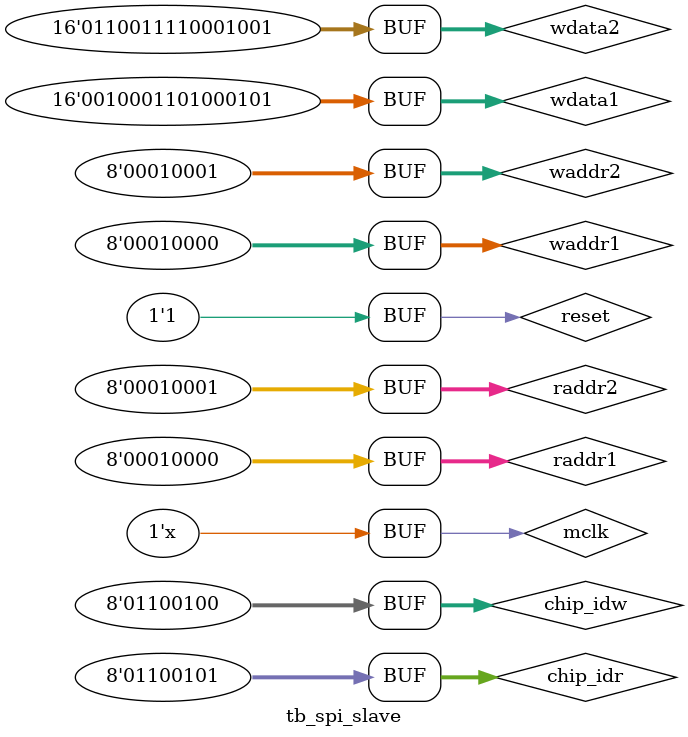
<source format=v>

`timescale 1ns/10ps


module tb_spi_slave();


reg 		reset, mclk;

initial 	begin
	reset = 0;
	mclk = 0;
	
#10000	reset = 1;

end	

always  #5	mclk = ~mclk;


reg	[3:0]	cnt1;
always @(posedge mclk or negedge reset)
begin
	if(!reset)	cnt1 <= 4'b0;
	else		cnt1 <= cnt1 + 1'b1;
end

reg	[7:0]	cnt2;
always @(posedge mclk or negedge reset)
begin
	if(!reset)	cnt2 <= 8'b0;
	else		cnt2 <= (cnt1==4'd15) ? cnt2+1'b1 : cnt2;
end


reg		ss;
always @(posedge mclk or negedge reset)
begin
	if(!reset)	ss <= 1'b1;
	else		ss <= ((cnt2==8'd10 ) && (cnt1==4'd0)) ? 1'b0 :
	                      ((cnt2==8'd42 ) && (cnt1==4'd8)) ? 1'b1 : 
	                      ((cnt2==8'd60 ) && (cnt1==4'd0)) ? 1'b0 :
	                      ((cnt2==8'd92 ) && (cnt1==4'd8)) ? 1'b1 :
	                      ((cnt2==8'd110) && (cnt1==4'd0)) ? 1'b0 :
	                      ((cnt2==8'd142) && (cnt1==4'd8)) ? 1'b1 :
	                      ((cnt2==8'd160) && (cnt1==4'd0)) ? 1'b0 :
	                      ((cnt2==8'd192) && (cnt1==4'd8)) ? 1'b1 : ss ;
end

reg		sck;
always @(posedge mclk or negedge reset)
begin
	if(!reset)	sck <= 1'b0;
	else		sck <= (cnt2==8'd11) ? ((cnt1==4'd0) ? 1'b1 : (cnt1==4'd8) ? 1'b0 : sck) :
	                       (cnt2==8'd12) ? ((cnt1==4'd0) ? 1'b1 : (cnt1==4'd8) ? 1'b0 : sck) :
	                       (cnt2==8'd13) ? ((cnt1==4'd0) ? 1'b1 : (cnt1==4'd8) ? 1'b0 : sck) :
	                       (cnt2==8'd14) ? ((cnt1==4'd0) ? 1'b1 : (cnt1==4'd8) ? 1'b0 : sck) :
	                       (cnt2==8'd15) ? ((cnt1==4'd0) ? 1'b1 : (cnt1==4'd8) ? 1'b0 : sck) :
	                       (cnt2==8'd16) ? ((cnt1==4'd0) ? 1'b1 : (cnt1==4'd8) ? 1'b0 : sck) :
	                       (cnt2==8'd17) ? ((cnt1==4'd0) ? 1'b1 : (cnt1==4'd8) ? 1'b0 : sck) :
	                       (cnt2==8'd18) ? ((cnt1==4'd0) ? 1'b1 : (cnt1==4'd8) ? 1'b0 : sck) :
	                       (cnt2==8'd19) ? ((cnt1==4'd0) ? 1'b1 : (cnt1==4'd8) ? 1'b0 : sck) :
	                       (cnt2==8'd20) ? ((cnt1==4'd0) ? 1'b1 : (cnt1==4'd8) ? 1'b0 : sck) :
	                       (cnt2==8'd21) ? ((cnt1==4'd0) ? 1'b1 : (cnt1==4'd8) ? 1'b0 : sck) :
	                       (cnt2==8'd22) ? ((cnt1==4'd0) ? 1'b1 : (cnt1==4'd8) ? 1'b0 : sck) :
	                       (cnt2==8'd23) ? ((cnt1==4'd0) ? 1'b1 : (cnt1==4'd8) ? 1'b0 : sck) :
	                       (cnt2==8'd24) ? ((cnt1==4'd0) ? 1'b1 : (cnt1==4'd8) ? 1'b0 : sck) :
	                       (cnt2==8'd25) ? ((cnt1==4'd0) ? 1'b1 : (cnt1==4'd8) ? 1'b0 : sck) :
	                       (cnt2==8'd26) ? ((cnt1==4'd0) ? 1'b1 : (cnt1==4'd8) ? 1'b0 : sck) :
	                       (cnt2==8'd27) ? ((cnt1==4'd0) ? 1'b1 : (cnt1==4'd8) ? 1'b0 : sck) :
	                       (cnt2==8'd28) ? ((cnt1==4'd0) ? 1'b1 : (cnt1==4'd8) ? 1'b0 : sck) :
	                       (cnt2==8'd29) ? ((cnt1==4'd0) ? 1'b1 : (cnt1==4'd8) ? 1'b0 : sck) :
	                       (cnt2==8'd30) ? ((cnt1==4'd0) ? 1'b1 : (cnt1==4'd8) ? 1'b0 : sck) :
	                       (cnt2==8'd31) ? ((cnt1==4'd0) ? 1'b1 : (cnt1==4'd8) ? 1'b0 : sck) :
	                       (cnt2==8'd32) ? ((cnt1==4'd0) ? 1'b1 : (cnt1==4'd8) ? 1'b0 : sck) :
	                       (cnt2==8'd33) ? ((cnt1==4'd0) ? 1'b1 : (cnt1==4'd8) ? 1'b0 : sck) :
	                       (cnt2==8'd34) ? ((cnt1==4'd0) ? 1'b1 : (cnt1==4'd8) ? 1'b0 : sck) :
	                       (cnt2==8'd35) ? ((cnt1==4'd0) ? 1'b1 : (cnt1==4'd8) ? 1'b0 : sck) :
	                       (cnt2==8'd36) ? ((cnt1==4'd0) ? 1'b1 : (cnt1==4'd8) ? 1'b0 : sck) :
	                       (cnt2==8'd37) ? ((cnt1==4'd0) ? 1'b1 : (cnt1==4'd8) ? 1'b0 : sck) :
	                       (cnt2==8'd38) ? ((cnt1==4'd0) ? 1'b1 : (cnt1==4'd8) ? 1'b0 : sck) :
	                       (cnt2==8'd39) ? ((cnt1==4'd0) ? 1'b1 : (cnt1==4'd8) ? 1'b0 : sck) :
	                       (cnt2==8'd40) ? ((cnt1==4'd0) ? 1'b1 : (cnt1==4'd8) ? 1'b0 : sck) :
	                       (cnt2==8'd41) ? ((cnt1==4'd0) ? 1'b1 : (cnt1==4'd8) ? 1'b0 : sck) :
	                       (cnt2==8'd42) ? ((cnt1==4'd0) ? 1'b1 : (cnt1==4'd8) ? 1'b0 : sck) :
	                        
	                       (cnt2==8'd61) ? ((cnt1==4'd0) ? 1'b1 : (cnt1==4'd8) ? 1'b0 : sck) :
	                       (cnt2==8'd62) ? ((cnt1==4'd0) ? 1'b1 : (cnt1==4'd8) ? 1'b0 : sck) :
	                       (cnt2==8'd63) ? ((cnt1==4'd0) ? 1'b1 : (cnt1==4'd8) ? 1'b0 : sck) :
	                       (cnt2==8'd64) ? ((cnt1==4'd0) ? 1'b1 : (cnt1==4'd8) ? 1'b0 : sck) :
	                       (cnt2==8'd65) ? ((cnt1==4'd0) ? 1'b1 : (cnt1==4'd8) ? 1'b0 : sck) :
	                       (cnt2==8'd66) ? ((cnt1==4'd0) ? 1'b1 : (cnt1==4'd8) ? 1'b0 : sck) :
	                       (cnt2==8'd67) ? ((cnt1==4'd0) ? 1'b1 : (cnt1==4'd8) ? 1'b0 : sck) :
	                       (cnt2==8'd68) ? ((cnt1==4'd0) ? 1'b1 : (cnt1==4'd8) ? 1'b0 : sck) :
	                       (cnt2==8'd69) ? ((cnt1==4'd0) ? 1'b1 : (cnt1==4'd8) ? 1'b0 : sck) :
	                       (cnt2==8'd70) ? ((cnt1==4'd0) ? 1'b1 : (cnt1==4'd8) ? 1'b0 : sck) :
	                       (cnt2==8'd71) ? ((cnt1==4'd0) ? 1'b1 : (cnt1==4'd8) ? 1'b0 : sck) :
	                       (cnt2==8'd72) ? ((cnt1==4'd0) ? 1'b1 : (cnt1==4'd8) ? 1'b0 : sck) :
	                       (cnt2==8'd73) ? ((cnt1==4'd0) ? 1'b1 : (cnt1==4'd8) ? 1'b0 : sck) :
	                       (cnt2==8'd74) ? ((cnt1==4'd0) ? 1'b1 : (cnt1==4'd8) ? 1'b0 : sck) :
	                       (cnt2==8'd75) ? ((cnt1==4'd0) ? 1'b1 : (cnt1==4'd8) ? 1'b0 : sck) :
	                       (cnt2==8'd76) ? ((cnt1==4'd0) ? 1'b1 : (cnt1==4'd8) ? 1'b0 : sck) :
	                       (cnt2==8'd77) ? ((cnt1==4'd0) ? 1'b1 : (cnt1==4'd8) ? 1'b0 : sck) :
	                       (cnt2==8'd78) ? ((cnt1==4'd0) ? 1'b1 : (cnt1==4'd8) ? 1'b0 : sck) :
	                       (cnt2==8'd79) ? ((cnt1==4'd0) ? 1'b1 : (cnt1==4'd8) ? 1'b0 : sck) :
	                       (cnt2==8'd80) ? ((cnt1==4'd0) ? 1'b1 : (cnt1==4'd8) ? 1'b0 : sck) :
	                       (cnt2==8'd81) ? ((cnt1==4'd0) ? 1'b1 : (cnt1==4'd8) ? 1'b0 : sck) :
	                       (cnt2==8'd82) ? ((cnt1==4'd0) ? 1'b1 : (cnt1==4'd8) ? 1'b0 : sck) :
	                       (cnt2==8'd83) ? ((cnt1==4'd0) ? 1'b1 : (cnt1==4'd8) ? 1'b0 : sck) :
	                       (cnt2==8'd84) ? ((cnt1==4'd0) ? 1'b1 : (cnt1==4'd8) ? 1'b0 : sck) :
	                       (cnt2==8'd85) ? ((cnt1==4'd0) ? 1'b1 : (cnt1==4'd8) ? 1'b0 : sck) :
	                       (cnt2==8'd86) ? ((cnt1==4'd0) ? 1'b1 : (cnt1==4'd8) ? 1'b0 : sck) :
	                       (cnt2==8'd87) ? ((cnt1==4'd0) ? 1'b1 : (cnt1==4'd8) ? 1'b0 : sck) :
	                       (cnt2==8'd88) ? ((cnt1==4'd0) ? 1'b1 : (cnt1==4'd8) ? 1'b0 : sck) :
	                       (cnt2==8'd89) ? ((cnt1==4'd0) ? 1'b1 : (cnt1==4'd8) ? 1'b0 : sck) :
	                       (cnt2==8'd90) ? ((cnt1==4'd0) ? 1'b1 : (cnt1==4'd8) ? 1'b0 : sck) :
	                       (cnt2==8'd91) ? ((cnt1==4'd0) ? 1'b1 : (cnt1==4'd8) ? 1'b0 : sck) :
	                       (cnt2==8'd92) ? ((cnt1==4'd0) ? 1'b1 : (cnt1==4'd8) ? 1'b0 : sck) :

	                       (cnt2==8'd111) ? ((cnt1==4'd0) ? 1'b1 : (cnt1==4'd8) ? 1'b0 : sck) :
	                       (cnt2==8'd112) ? ((cnt1==4'd0) ? 1'b1 : (cnt1==4'd8) ? 1'b0 : sck) :
	                       (cnt2==8'd113) ? ((cnt1==4'd0) ? 1'b1 : (cnt1==4'd8) ? 1'b0 : sck) :
	                       (cnt2==8'd114) ? ((cnt1==4'd0) ? 1'b1 : (cnt1==4'd8) ? 1'b0 : sck) :
	                       (cnt2==8'd115) ? ((cnt1==4'd0) ? 1'b1 : (cnt1==4'd8) ? 1'b0 : sck) :
	                       (cnt2==8'd116) ? ((cnt1==4'd0) ? 1'b1 : (cnt1==4'd8) ? 1'b0 : sck) :
	                       (cnt2==8'd117) ? ((cnt1==4'd0) ? 1'b1 : (cnt1==4'd8) ? 1'b0 : sck) :
	                       (cnt2==8'd118) ? ((cnt1==4'd0) ? 1'b1 : (cnt1==4'd8) ? 1'b0 : sck) :
	                       (cnt2==8'd119) ? ((cnt1==4'd0) ? 1'b1 : (cnt1==4'd8) ? 1'b0 : sck) :
	                       (cnt2==8'd120) ? ((cnt1==4'd0) ? 1'b1 : (cnt1==4'd8) ? 1'b0 : sck) :
	                       (cnt2==8'd121) ? ((cnt1==4'd0) ? 1'b1 : (cnt1==4'd8) ? 1'b0 : sck) :
	                       (cnt2==8'd122) ? ((cnt1==4'd0) ? 1'b1 : (cnt1==4'd8) ? 1'b0 : sck) :
	                       (cnt2==8'd123) ? ((cnt1==4'd0) ? 1'b1 : (cnt1==4'd8) ? 1'b0 : sck) :
	                       (cnt2==8'd124) ? ((cnt1==4'd0) ? 1'b1 : (cnt1==4'd8) ? 1'b0 : sck) :
	                       (cnt2==8'd125) ? ((cnt1==4'd0) ? 1'b1 : (cnt1==4'd8) ? 1'b0 : sck) :
	                       (cnt2==8'd126) ? ((cnt1==4'd0) ? 1'b1 : (cnt1==4'd8) ? 1'b0 : sck) :
	                       (cnt2==8'd127) ? ((cnt1==4'd0) ? 1'b1 : (cnt1==4'd8) ? 1'b0 : sck) :
	                       (cnt2==8'd128) ? ((cnt1==4'd0) ? 1'b1 : (cnt1==4'd8) ? 1'b0 : sck) :
	                       (cnt2==8'd129) ? ((cnt1==4'd0) ? 1'b1 : (cnt1==4'd8) ? 1'b0 : sck) :
	                       (cnt2==8'd130) ? ((cnt1==4'd0) ? 1'b1 : (cnt1==4'd8) ? 1'b0 : sck) :
	                       (cnt2==8'd131) ? ((cnt1==4'd0) ? 1'b1 : (cnt1==4'd8) ? 1'b0 : sck) :
	                       (cnt2==8'd132) ? ((cnt1==4'd0) ? 1'b1 : (cnt1==4'd8) ? 1'b0 : sck) :
	                       (cnt2==8'd133) ? ((cnt1==4'd0) ? 1'b1 : (cnt1==4'd8) ? 1'b0 : sck) :
	                       (cnt2==8'd134) ? ((cnt1==4'd0) ? 1'b1 : (cnt1==4'd8) ? 1'b0 : sck) :
	                       (cnt2==8'd135) ? ((cnt1==4'd0) ? 1'b1 : (cnt1==4'd8) ? 1'b0 : sck) :
	                       (cnt2==8'd136) ? ((cnt1==4'd0) ? 1'b1 : (cnt1==4'd8) ? 1'b0 : sck) :
	                       (cnt2==8'd137) ? ((cnt1==4'd0) ? 1'b1 : (cnt1==4'd8) ? 1'b0 : sck) :
	                       (cnt2==8'd138) ? ((cnt1==4'd0) ? 1'b1 : (cnt1==4'd8) ? 1'b0 : sck) :
	                       (cnt2==8'd139) ? ((cnt1==4'd0) ? 1'b1 : (cnt1==4'd8) ? 1'b0 : sck) :
	                       (cnt2==8'd140) ? ((cnt1==4'd0) ? 1'b1 : (cnt1==4'd8) ? 1'b0 : sck) :
	                       (cnt2==8'd141) ? ((cnt1==4'd0) ? 1'b1 : (cnt1==4'd8) ? 1'b0 : sck) :
	                       (cnt2==8'd142) ? ((cnt1==4'd0) ? 1'b1 : (cnt1==4'd8) ? 1'b0 : sck) :

	                       (cnt2==8'd161) ? ((cnt1==4'd0) ? 1'b1 : (cnt1==4'd8) ? 1'b0 : sck) :
	                       (cnt2==8'd162) ? ((cnt1==4'd0) ? 1'b1 : (cnt1==4'd8) ? 1'b0 : sck) :
	                       (cnt2==8'd163) ? ((cnt1==4'd0) ? 1'b1 : (cnt1==4'd8) ? 1'b0 : sck) :
	                       (cnt2==8'd164) ? ((cnt1==4'd0) ? 1'b1 : (cnt1==4'd8) ? 1'b0 : sck) :
	                       (cnt2==8'd165) ? ((cnt1==4'd0) ? 1'b1 : (cnt1==4'd8) ? 1'b0 : sck) :
	                       (cnt2==8'd166) ? ((cnt1==4'd0) ? 1'b1 : (cnt1==4'd8) ? 1'b0 : sck) :
	                       (cnt2==8'd167) ? ((cnt1==4'd0) ? 1'b1 : (cnt1==4'd8) ? 1'b0 : sck) :
	                       (cnt2==8'd168) ? ((cnt1==4'd0) ? 1'b1 : (cnt1==4'd8) ? 1'b0 : sck) :
	                       (cnt2==8'd169) ? ((cnt1==4'd0) ? 1'b1 : (cnt1==4'd8) ? 1'b0 : sck) :
	                       (cnt2==8'd170) ? ((cnt1==4'd0) ? 1'b1 : (cnt1==4'd8) ? 1'b0 : sck) :
	                       (cnt2==8'd171) ? ((cnt1==4'd0) ? 1'b1 : (cnt1==4'd8) ? 1'b0 : sck) :
	                       (cnt2==8'd172) ? ((cnt1==4'd0) ? 1'b1 : (cnt1==4'd8) ? 1'b0 : sck) :
	                       (cnt2==8'd173) ? ((cnt1==4'd0) ? 1'b1 : (cnt1==4'd8) ? 1'b0 : sck) :
	                       (cnt2==8'd174) ? ((cnt1==4'd0) ? 1'b1 : (cnt1==4'd8) ? 1'b0 : sck) :
	                       (cnt2==8'd175) ? ((cnt1==4'd0) ? 1'b1 : (cnt1==4'd8) ? 1'b0 : sck) :
	                       (cnt2==8'd176) ? ((cnt1==4'd0) ? 1'b1 : (cnt1==4'd8) ? 1'b0 : sck) :
	                       (cnt2==8'd177) ? ((cnt1==4'd0) ? 1'b1 : (cnt1==4'd8) ? 1'b0 : sck) :
	                       (cnt2==8'd178) ? ((cnt1==4'd0) ? 1'b1 : (cnt1==4'd8) ? 1'b0 : sck) :
	                       (cnt2==8'd179) ? ((cnt1==4'd0) ? 1'b1 : (cnt1==4'd8) ? 1'b0 : sck) :
	                       (cnt2==8'd180) ? ((cnt1==4'd0) ? 1'b1 : (cnt1==4'd8) ? 1'b0 : sck) :
	                       (cnt2==8'd181) ? ((cnt1==4'd0) ? 1'b1 : (cnt1==4'd8) ? 1'b0 : sck) :
	                       (cnt2==8'd182) ? ((cnt1==4'd0) ? 1'b1 : (cnt1==4'd8) ? 1'b0 : sck) :
	                       (cnt2==8'd183) ? ((cnt1==4'd0) ? 1'b1 : (cnt1==4'd8) ? 1'b0 : sck) :
	                       (cnt2==8'd184) ? ((cnt1==4'd0) ? 1'b1 : (cnt1==4'd8) ? 1'b0 : sck) :
	                       (cnt2==8'd185) ? ((cnt1==4'd0) ? 1'b1 : (cnt1==4'd8) ? 1'b0 : sck) :
	                       (cnt2==8'd186) ? ((cnt1==4'd0) ? 1'b1 : (cnt1==4'd8) ? 1'b0 : sck) :
	                       (cnt2==8'd187) ? ((cnt1==4'd0) ? 1'b1 : (cnt1==4'd8) ? 1'b0 : sck) :
	                       (cnt2==8'd188) ? ((cnt1==4'd0) ? 1'b1 : (cnt1==4'd8) ? 1'b0 : sck) :
	                       (cnt2==8'd189) ? ((cnt1==4'd0) ? 1'b1 : (cnt1==4'd8) ? 1'b0 : sck) :
	                       (cnt2==8'd190) ? ((cnt1==4'd0) ? 1'b1 : (cnt1==4'd8) ? 1'b0 : sck) :
	                       (cnt2==8'd191) ? ((cnt1==4'd0) ? 1'b1 : (cnt1==4'd8) ? 1'b0 : sck) :
	                       (cnt2==8'd192) ? ((cnt1==4'd0) ? 1'b1 : (cnt1==4'd8) ? 1'b0 : sck) : sck ;
end

wire	[7:0]	chip_idw = 8'h64;
wire	[7:0]	chip_idr = 8'h65;
wire	[7:0]	waddr1   = 8'h10;
wire	[7:0]	raddr1   = 8'h10;
wire	[15:0]	wdata1   = 16'h2345;

wire	[7:0]	waddr2   = 8'h11;
wire	[7:0]	raddr2   = 8'h11;
wire	[15:0]	wdata2   = 16'h6789;

reg		mosi;
always @(posedge mclk or negedge reset)
begin
	if(!reset)	mosi <= 1'b1;
	else		mosi <= ((cnt2==8'd10) && (cnt1==4'd0)) ? chip_idw[7] :
	                        ((cnt2==8'd11) && (cnt1==4'd8)) ? chip_idw[6] :
	                        ((cnt2==8'd12) && (cnt1==4'd8)) ? chip_idw[5] :
	                        ((cnt2==8'd13) && (cnt1==4'd8)) ? chip_idw[4] :
	                        ((cnt2==8'd14) && (cnt1==4'd8)) ? chip_idw[3] :
	                        ((cnt2==8'd15) && (cnt1==4'd8)) ? chip_idw[2] :
	                        ((cnt2==8'd16) && (cnt1==4'd8)) ? chip_idw[1] :
	                        ((cnt2==8'd17) && (cnt1==4'd8)) ? chip_idw[0] :
	                        ((cnt2==8'd18) && (cnt1==4'd8)) ? waddr1[7]  :
	                        ((cnt2==8'd19) && (cnt1==4'd8)) ? waddr1[6]  :
	                        ((cnt2==8'd20) && (cnt1==4'd8)) ? waddr1[5]  :
	                        ((cnt2==8'd21) && (cnt1==4'd8)) ? waddr1[4]  :
	                        ((cnt2==8'd22) && (cnt1==4'd8)) ? waddr1[3]  :
	                        ((cnt2==8'd23) && (cnt1==4'd8)) ? waddr1[2]  :
	                        ((cnt2==8'd24) && (cnt1==4'd8)) ? waddr1[1]  :
	                        ((cnt2==8'd25) && (cnt1==4'd8)) ? waddr1[0]  :
	                        ((cnt2==8'd26) && (cnt1==4'd8)) ? wdata1[15] :
	                        ((cnt2==8'd27) && (cnt1==4'd8)) ? wdata1[14] :
	                        ((cnt2==8'd28) && (cnt1==4'd8)) ? wdata1[13] :
	                        ((cnt2==8'd29) && (cnt1==4'd8)) ? wdata1[12] :
	                        ((cnt2==8'd30) && (cnt1==4'd8)) ? wdata1[11] :
	                        ((cnt2==8'd31) && (cnt1==4'd8)) ? wdata1[10] :
	                        ((cnt2==8'd32) && (cnt1==4'd8)) ? wdata1[9]  :
	                        ((cnt2==8'd33) && (cnt1==4'd8)) ? wdata1[8]  :
	                        ((cnt2==8'd34) && (cnt1==4'd8)) ? wdata1[7]  :
	                        ((cnt2==8'd35) && (cnt1==4'd8)) ? wdata1[6]  :
	                        ((cnt2==8'd36) && (cnt1==4'd8)) ? wdata1[5]  :
	                        ((cnt2==8'd37) && (cnt1==4'd8)) ? wdata1[4]  :
	                        ((cnt2==8'd38) && (cnt1==4'd8)) ? wdata1[3]  :
	                        ((cnt2==8'd39) && (cnt1==4'd8)) ? wdata1[2]  :
	                        ((cnt2==8'd40) && (cnt1==4'd8)) ? wdata1[1]  :
	                        ((cnt2==8'd41) && (cnt1==4'd8)) ? wdata1[0]  :
	                        ((cnt2==8'd43) && (cnt1==4'd0)) ? 1'b1       : 
	                        
	                        ((cnt2==8'd60) && (cnt1==4'd0)) ? chip_idw[7] :
	                        ((cnt2==8'd61) && (cnt1==4'd8)) ? chip_idw[6] :
	                        ((cnt2==8'd62) && (cnt1==4'd8)) ? chip_idw[5] :
	                        ((cnt2==8'd63) && (cnt1==4'd8)) ? chip_idw[4] :
	                        ((cnt2==8'd64) && (cnt1==4'd8)) ? chip_idw[3] :
	                        ((cnt2==8'd65) && (cnt1==4'd8)) ? chip_idw[2] :
	                        ((cnt2==8'd66) && (cnt1==4'd8)) ? chip_idw[1] :
	                        ((cnt2==8'd67) && (cnt1==4'd8)) ? chip_idw[0] :
	                        ((cnt2==8'd68) && (cnt1==4'd8)) ? waddr2[7]  :
	                        ((cnt2==8'd69) && (cnt1==4'd8)) ? waddr2[6]  :
	                        ((cnt2==8'd70) && (cnt1==4'd8)) ? waddr2[5]  :
	                        ((cnt2==8'd71) && (cnt1==4'd8)) ? waddr2[4]  :
	                        ((cnt2==8'd72) && (cnt1==4'd8)) ? waddr2[3]  :
	                        ((cnt2==8'd73) && (cnt1==4'd8)) ? waddr2[2]  :
	                        ((cnt2==8'd74) && (cnt1==4'd8)) ? waddr2[1]  :
	                        ((cnt2==8'd75) && (cnt1==4'd8)) ? waddr2[0]  :
	                        ((cnt2==8'd76) && (cnt1==4'd8)) ? wdata2[15] :
	                        ((cnt2==8'd77) && (cnt1==4'd8)) ? wdata2[14] :
	                        ((cnt2==8'd78) && (cnt1==4'd8)) ? wdata2[13] :
	                        ((cnt2==8'd79) && (cnt1==4'd8)) ? wdata2[12] :
	                        ((cnt2==8'd80) && (cnt1==4'd8)) ? wdata2[11] :
	                        ((cnt2==8'd81) && (cnt1==4'd8)) ? wdata2[10] :
	                        ((cnt2==8'd82) && (cnt1==4'd8)) ? wdata2[9]  :
	                        ((cnt2==8'd83) && (cnt1==4'd8)) ? wdata2[8]  :
	                        ((cnt2==8'd84) && (cnt1==4'd8)) ? wdata2[7]  :
	                        ((cnt2==8'd85) && (cnt1==4'd8)) ? wdata2[6]  :
	                        ((cnt2==8'd86) && (cnt1==4'd8)) ? wdata2[5]  :
	                        ((cnt2==8'd87) && (cnt1==4'd8)) ? wdata2[4]  :
	                        ((cnt2==8'd88) && (cnt1==4'd8)) ? wdata2[3]  :
	                        ((cnt2==8'd89) && (cnt1==4'd8)) ? wdata2[2]  :
	                        ((cnt2==8'd90) && (cnt1==4'd8)) ? wdata2[1]  :
	                        ((cnt2==8'd91) && (cnt1==4'd8)) ? wdata2[0]  :
	                        ((cnt2==8'd93) && (cnt1==4'd0)) ? 1'b1       :

	                        ((cnt2==8'd110) && (cnt1==4'd0)) ? chip_idr[7] :
	                        ((cnt2==8'd111) && (cnt1==4'd8)) ? chip_idr[6] :
	                        ((cnt2==8'd112) && (cnt1==4'd8)) ? chip_idr[5] :
	                        ((cnt2==8'd113) && (cnt1==4'd8)) ? chip_idr[4] :
	                        ((cnt2==8'd114) && (cnt1==4'd8)) ? chip_idr[3] :
	                        ((cnt2==8'd115) && (cnt1==4'd8)) ? chip_idr[2] :
	                        ((cnt2==8'd116) && (cnt1==4'd8)) ? chip_idr[1] :
	                        ((cnt2==8'd117) && (cnt1==4'd8)) ? chip_idr[0] :
	                        ((cnt2==8'd118) && (cnt1==4'd8)) ? raddr1[7]  :
	                        ((cnt2==8'd119) && (cnt1==4'd8)) ? raddr1[6]  :
	                        ((cnt2==8'd120) && (cnt1==4'd8)) ? raddr1[5]  :
	                        ((cnt2==8'd121) && (cnt1==4'd8)) ? raddr1[4]  :
	                        ((cnt2==8'd122) && (cnt1==4'd8)) ? raddr1[3]  :
	                        ((cnt2==8'd123) && (cnt1==4'd8)) ? raddr1[2]  :
	                        ((cnt2==8'd124) && (cnt1==4'd8)) ? raddr1[1]  :
	                        ((cnt2==8'd125) && (cnt1==4'd8)) ? raddr1[0]  :
	                        ((cnt2==8'd126) && (cnt1==4'd8)) ? 1'b0 :
	                        ((cnt2==8'd127) && (cnt1==4'd8)) ? 1'b0 :
	                        ((cnt2==8'd128) && (cnt1==4'd8)) ? 1'b0 :
	                        ((cnt2==8'd129) && (cnt1==4'd8)) ? 1'b0 :
	                        ((cnt2==8'd130) && (cnt1==4'd8)) ? 1'b0 :
	                        ((cnt2==8'd131) && (cnt1==4'd8)) ? 1'b0 :
	                        ((cnt2==8'd132) && (cnt1==4'd8)) ? 1'b0 :
	                        ((cnt2==8'd133) && (cnt1==4'd8)) ? 1'b0 :
	                        ((cnt2==8'd134) && (cnt1==4'd8)) ? 1'b0 :
	                        ((cnt2==8'd135) && (cnt1==4'd8)) ? 1'b0 :
	                        ((cnt2==8'd136) && (cnt1==4'd8)) ? 1'b0 :
	                        ((cnt2==8'd137) && (cnt1==4'd8)) ? 1'b0 :
	                        ((cnt2==8'd138) && (cnt1==4'd8)) ? 1'b0 :
	                        ((cnt2==8'd139) && (cnt1==4'd8)) ? 1'b0 :
	                        ((cnt2==8'd140) && (cnt1==4'd8)) ? 1'b0 :
	                        ((cnt2==8'd141) && (cnt1==4'd8)) ? 1'b0 :
	                        ((cnt2==8'd143) && (cnt1==4'd0)) ? 1'b1 :

	                        ((cnt2==8'd160) && (cnt1==4'd0)) ? chip_idr[7] :
	                        ((cnt2==8'd161) && (cnt1==4'd8)) ? chip_idr[6] :
	                        ((cnt2==8'd162) && (cnt1==4'd8)) ? chip_idr[5] :
	                        ((cnt2==8'd163) && (cnt1==4'd8)) ? chip_idr[4] :
	                        ((cnt2==8'd164) && (cnt1==4'd8)) ? chip_idr[3] :
	                        ((cnt2==8'd165) && (cnt1==4'd8)) ? chip_idr[2] :
	                        ((cnt2==8'd166) && (cnt1==4'd8)) ? chip_idr[1] :
	                        ((cnt2==8'd167) && (cnt1==4'd8)) ? chip_idr[0] :
	                        ((cnt2==8'd168) && (cnt1==4'd8)) ? raddr2[7]  :
	                        ((cnt2==8'd169) && (cnt1==4'd8)) ? raddr2[6]  :
	                        ((cnt2==8'd170) && (cnt1==4'd8)) ? raddr2[5]  :
	                        ((cnt2==8'd171) && (cnt1==4'd8)) ? raddr2[4]  :
	                        ((cnt2==8'd172) && (cnt1==4'd8)) ? raddr2[3]  :
	                        ((cnt2==8'd173) && (cnt1==4'd8)) ? raddr2[2]  :
	                        ((cnt2==8'd174) && (cnt1==4'd8)) ? raddr2[1]  :
	                        ((cnt2==8'd175) && (cnt1==4'd8)) ? raddr2[0]  :
	                        ((cnt2==8'd176) && (cnt1==4'd8)) ? 1'b0 :
	                        ((cnt2==8'd177) && (cnt1==4'd8)) ? 1'b0 :
	                        ((cnt2==8'd178) && (cnt1==4'd8)) ? 1'b0 :
	                        ((cnt2==8'd179) && (cnt1==4'd8)) ? 1'b0 :
	                        ((cnt2==8'd180) && (cnt1==4'd8)) ? 1'b0 :
	                        ((cnt2==8'd181) && (cnt1==4'd8)) ? 1'b0 :
	                        ((cnt2==8'd182) && (cnt1==4'd8)) ? 1'b0 :
	                        ((cnt2==8'd183) && (cnt1==4'd8)) ? 1'b0 :
	                        ((cnt2==8'd184) && (cnt1==4'd8)) ? 1'b0 :
	                        ((cnt2==8'd185) && (cnt1==4'd8)) ? 1'b0 :
	                        ((cnt2==8'd186) && (cnt1==4'd8)) ? 1'b0 :
	                        ((cnt2==8'd187) && (cnt1==4'd8)) ? 1'b0 :
	                        ((cnt2==8'd188) && (cnt1==4'd8)) ? 1'b0 :
	                        ((cnt2==8'd189) && (cnt1==4'd8)) ? 1'b0 :
	                        ((cnt2==8'd190) && (cnt1==4'd8)) ? 1'b0 :
	                        ((cnt2==8'd191) && (cnt1==4'd8)) ? 1'b0 :
	                        ((cnt2==8'd193) && (cnt1==4'd0)) ? 1'b1       : mosi ;
end
	
wire		miso;
reg	[15:0]	rdata1 ;
always @(posedge mclk or negedge reset)
begin
	if(!reset)	rdata1 <= 16'b0;
	else		begin
		rdata1[15] <= ((cnt2==8'd127) && (cnt1==4'd0)) ? miso : rdata1[15];
		rdata1[14] <= ((cnt2==8'd128) && (cnt1==4'd0)) ? miso : rdata1[14];
		rdata1[13] <= ((cnt2==8'd129) && (cnt1==4'd0)) ? miso : rdata1[13];
		rdata1[12] <= ((cnt2==8'd130) && (cnt1==4'd0)) ? miso : rdata1[12];
		rdata1[11] <= ((cnt2==8'd131) && (cnt1==4'd0)) ? miso : rdata1[11];
		rdata1[10] <= ((cnt2==8'd132) && (cnt1==4'd0)) ? miso : rdata1[10];
		rdata1[9]  <= ((cnt2==8'd133) && (cnt1==4'd0)) ? miso : rdata1[9] ;
		rdata1[8]  <= ((cnt2==8'd134) && (cnt1==4'd0)) ? miso : rdata1[8] ;
		rdata1[7]  <= ((cnt2==8'd135) && (cnt1==4'd0)) ? miso : rdata1[7] ;
		rdata1[6]  <= ((cnt2==8'd136) && (cnt1==4'd0)) ? miso : rdata1[6] ;
		rdata1[5]  <= ((cnt2==8'd137) && (cnt1==4'd0)) ? miso : rdata1[5] ;
		rdata1[4]  <= ((cnt2==8'd138) && (cnt1==4'd0)) ? miso : rdata1[4] ;
		rdata1[3]  <= ((cnt2==8'd139) && (cnt1==4'd0)) ? miso : rdata1[3] ;
		rdata1[2]  <= ((cnt2==8'd140) && (cnt1==4'd0)) ? miso : rdata1[2] ;
		rdata1[1]  <= ((cnt2==8'd141) && (cnt1==4'd0)) ? miso : rdata1[1] ;
		rdata1[0]  <= ((cnt2==8'd142) && (cnt1==4'd0)) ? miso : rdata1[0] ;
	end
end

reg	[15:0]	rdata2 ;
always @(posedge mclk or negedge reset)
begin
	if(!reset)	rdata2 <= 16'b0;
	else		begin
		rdata2[15] <= ((cnt2==8'd177) && (cnt1==4'd0)) ? miso : rdata2[15];
		rdata2[14] <= ((cnt2==8'd178) && (cnt1==4'd0)) ? miso : rdata2[14];
		rdata2[13] <= ((cnt2==8'd179) && (cnt1==4'd0)) ? miso : rdata2[13];
		rdata2[12] <= ((cnt2==8'd180) && (cnt1==4'd0)) ? miso : rdata2[12];
		rdata2[11] <= ((cnt2==8'd181) && (cnt1==4'd0)) ? miso : rdata2[11];
		rdata2[10] <= ((cnt2==8'd182) && (cnt1==4'd0)) ? miso : rdata2[10];
		rdata2[9]  <= ((cnt2==8'd183) && (cnt1==4'd0)) ? miso : rdata2[9] ;
		rdata2[8]  <= ((cnt2==8'd184) && (cnt1==4'd0)) ? miso : rdata2[8] ;
		rdata2[7]  <= ((cnt2==8'd185) && (cnt1==4'd0)) ? miso : rdata2[7] ;
		rdata2[6]  <= ((cnt2==8'd186) && (cnt1==4'd0)) ? miso : rdata2[6] ;
		rdata2[5]  <= ((cnt2==8'd187) && (cnt1==4'd0)) ? miso : rdata2[5] ;
		rdata2[4]  <= ((cnt2==8'd188) && (cnt1==4'd0)) ? miso : rdata2[4] ;
		rdata2[3]  <= ((cnt2==8'd189) && (cnt1==4'd0)) ? miso : rdata2[3] ;
		rdata2[2]  <= ((cnt2==8'd190) && (cnt1==4'd0)) ? miso : rdata2[2] ;
		rdata2[1]  <= ((cnt2==8'd191) && (cnt1==4'd0)) ? miso : rdata2[1] ;
		rdata2[0]  <= ((cnt2==8'd192) && (cnt1==4'd0)) ? miso : rdata2[0] ;
	end
end
		

wire 	[15:0]	pwm_freq1, pwm_freq2, pwm_freq3, pwm_freq4 ;
wire 	[6:0]	pwm_duty1, pwm_duty2, pwm_duty3, pwm_duty4 ;

spi_slave	spi_slave(
	.reset     (reset    ),
	.clock     (mclk     ),
	.ss        (ss       ),
	.sck       (sck      ),
	.mosi      (mosi     ),
	.miso      (miso     ),

	.pwm_freq1 (pwm_freq1), 
	.pwm_freq2 (pwm_freq2), 
	.pwm_freq3 (pwm_freq3), 
	.pwm_freq4 (pwm_freq4),
	.pwm_duty1 (pwm_duty1), 
	.pwm_duty2 (pwm_duty2), 
	.pwm_duty3 (pwm_duty3), 
	.pwm_duty4 (pwm_duty4)
);

 

endmodule



</source>
